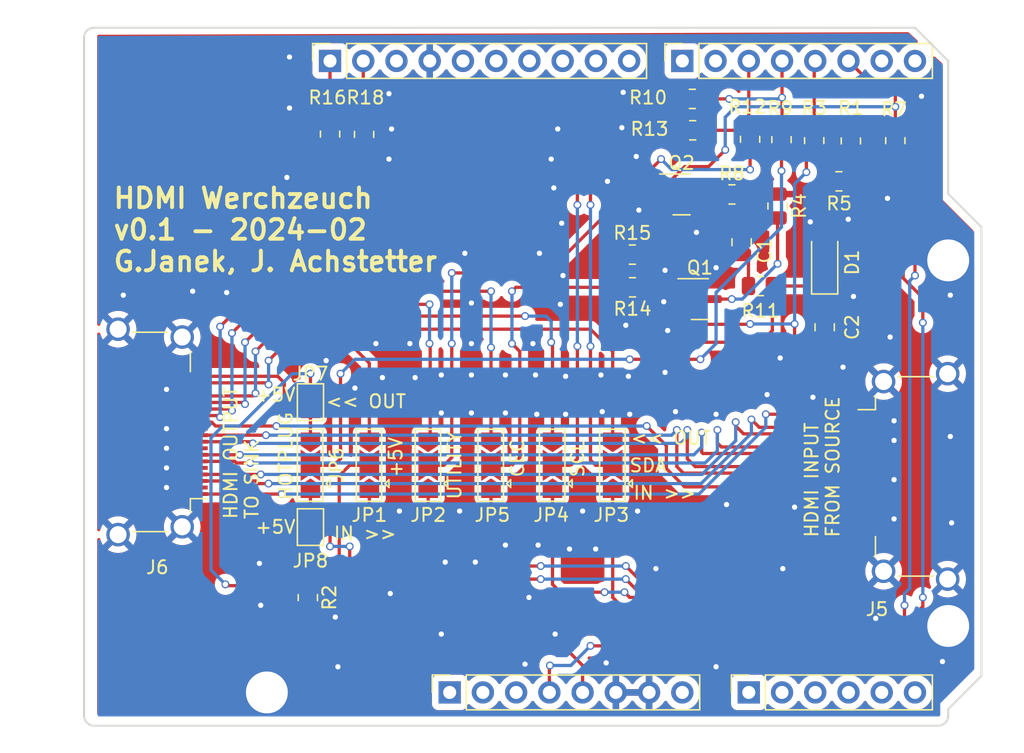
<source format=kicad_pcb>
(kicad_pcb (version 20221018) (generator pcbnew)
  (title_block (date "mar. 31 mars 2015"))
  (layers (0 "F.Cu" signal) (31 "B.Cu" signal) (34 "B.Paste" user) (35 "F.Paste" user) (36 "B.SilkS" user "B.Silkscreen") (37 "F.SilkS" user "F.Silkscreen") (38 "B.Mask" user) (39 "F.Mask" user) (44 "Edge.Cuts" user))
  (net 0 "")
  (net 1 "GND")
  (net 3 "+5V")
  (net 4 "/IOREF")
  (net 5 "/A0")
  (net 6 "/A1")
  (net 7 "/A2")
  (net 8 "/A3")
  (net 9 "/13")
  (net 10 "/12")
  (net 11 "/AREF")
  (net 12 "/8")
  (net 13 "/7")
  (net 14 "/*11")
  (net 15 "/*10")
  (net 16 "/*9")
  (net 17 "/4")
  (net 18 "/2")
  (net 19 "/*6")
  (net 20 "/*5")
  (net 21 "/TX{slash}1")
  (net 22 "/*3")
  (net 23 "/RX{slash}0")
  (net 24 "+3V3")
  (net 25 "VCC")
  (net 26 "/~{RESET}")
  (net 27 "/CEC_LINE")
  (net 28 "Net-(D1-A)")
  (net 29 "/SCL{slash}A5")
  (net 30 "Net-(Q1-B)")
  (net 31 "Net-(Q1-E)")
  (net 32 "Net-(Q2-B)")
  (net 33 "/SDA{slash}A4")
  (net 34 "/UTILITY_IN")
  (net 37 "Net-(Q2-E)")
  (net 38 "/HPD_IN")
  (net 39 "/HPD_OUT")
  (net 40 "/SCL_IN")
  (net 41 "/SDA_IN")
  (net 42 "/5V_IN")
  (net 43 "/UTILITY_OUT")
  (net 44 "/SCL_OUT")
  (net 45 "/SDA_OUT")
  (net 46 "/5V_OUT")
  (net 47 "/CEC_IN")
  (net 48 "/CEC_OUT")
  (net 49 "Net-(JP2-C)")
  (net 50 "Net-(JP3-C)")
  (net 51 "Net-(JP4-C)")
  (net 52 "Net-(JP5-C)")
  (net 53 "Net-(JP6-C)")
  (net 54 "Net-(JP7-A)")
  (net 55 "/D2+")
  (net 56 "/D2-")
  (net 57 "/D1+")
  (net 58 "/D1-")
  (net 59 "/D0+")
  (net 60 "/D0-")
  (net 61 "/CK+")
  (net 62 "/CK-")
  (footprint "Connector_PinSocket_2.54mm:PinSocket_1x08_P2.54mm_Vertical" (layer "F.Cu") (at 127.94 97.46 90)
    (fp_text reference "J1" hide)
    (fp_text value "Power")
  )
  (footprint "Connector_PinSocket_2.54mm:PinSocket_1x06_P2.54mm_Vertical" (layer "F.Cu") (at 150.8 97.46 90)
    (fp_text reference "J3" hide)
    (fp_text value "Analog")
  )
  (footprint "Connector_PinSocket_2.54mm:PinSocket_1x10_P2.54mm_Vertical" (layer "F.Cu") (at 118.796 49.2 90)
    (fp_text reference "J2" hide)
    (fp_text value "Digital/PWM")
  )
  (footprint "Connector_PinSocket_2.54mm:PinSocket_1x08_P2.54mm_Vertical" (layer "F.Cu") (at 145.72 49.2 90)
    (fp_text reference "J4" hide)
    (fp_text value "Digital/PWM")
  )
  (footprint "Resistor_SMD:R_0805_2012Metric" (layer "F.Cu") (at 121.4 54.8125 -90)
    (fp_text reference "R18")
    (fp_text value "220R")
  )
  (footprint "Resistor_SMD:R_0805_2012Metric" (layer "F.Cu") (at 118.8 54.7875 -90)
    (fp_text reference "R16")
    (fp_text value "220R")
  )
  (footprint "Resistor_SMD:R_0805_2012Metric" (layer "F.Cu") (at 146.4875 52.1)
    (fp_text reference "R10")
    (fp_text value "100k")
  )
  (footprint "Jumper:SolderJumper-3_P2.0mm_Open_TrianglePad1.0x1.5mm" (layer "F.Cu") (at 126.3 80.1 90)
    (fp_text reference "JP2")
    (fp_text value "SolderJumper_3_Open")
  )
  (footprint "Resistor_SMD:R_0805_2012Metric" (layer "F.Cu") (at 162 55.2875 -90)
    (fp_text reference "R7")
    (fp_text value "100k")
  )
  (footprint "Capacitor_SMD:C_0805_2012Metric" (layer "F.Cu") (at 150.25 63.05 -90)
    (fp_text reference "C1")
    (fp_text value "47p")
  )
  (footprint "Capacitor_SMD:C_0805_2012Metric" (layer "F.Cu") (at 156.6 69.55 90)
    (fp_text reference "C2")
    (fp_text value "47p")
  )
  (footprint "Jumper:SolderJumper-3_P2.0mm_Open_TrianglePad1.0x1.5mm" (layer "F.Cu") (at 135.8 80.1 90)
    (fp_text reference "JP4")
    (fp_text value "SolderJumper_3_Open")
  )
  (footprint "Connector_HDMI:HDMI_A_Amphenol_10029449-x01xLF_Horizontal" (layer "F.Cu") (at 165.1 80.95 90)
    (fp_text reference "J5")
    (fp_text value "HDMI_A")
  )
  (footprint "Package_TO_SOT_SMD:SOT-23" (layer "F.Cu") (at 145.6625 59.4)
    (fp_text reference "Q2")
    (fp_text value "BC847")
  )
  (footprint "Jumper:SolderJumper-3_P2.0mm_Open_TrianglePad1.0x1.5mm" (layer "F.Cu") (at 140.4 80.1 90)
    (fp_text reference "JP3")
    (fp_text value "SolderJumper_3_Open")
  )
  (footprint "Connector_HDMI:HDMI_A_Amphenol_10029449-x01xLF_Horizontal" (layer "F.Cu") (at 103.5 77.55 -90)
    (fp_text reference "J6")
    (fp_text value "HDMI_A")
  )
  (footprint "Diode_SMD:D_SOD-123" (layer "F.Cu") (at 156.6 64.65 90)
    (fp_text reference "D1")
    (fp_text value "1N4148")
  )
  (footprint "Resistor_SMD:R_0805_2012Metric" (layer "F.Cu") (at 146.5125 54.5)
    (fp_text reference "R13")
    (fp_text value "100k")
  )
  (footprint "Package_TO_SOT_SMD:SOT-23" (layer "F.Cu") (at 147.0625 67.4)
    (fp_text reference "Q1")
    (fp_text value "BC847")
  )
  (footprint "Jumper:SolderJumper-2_P1.3mm_Open_TrianglePad1.0x1.5mm" (layer "F.Cu") (at 117.3 84.825 90)
    (fp_text reference "JP8")
    (fp_text value "SolderJumper_2_Open")
  )
  (footprint "Resistor_SMD:R_0805_2012Metric" (layer "F.Cu") (at 150.9 55.1875 -90)
    (fp_text reference "R12")
    (fp_text value "220R")
  )
  (footprint "Resistor_SMD:R_0805_2012Metric" (layer "F.Cu") (at 117.1 90.2125 -90)
    (fp_text reference "R2")
    (fp_text value "1k")
  )
  (footprint "Resistor_SMD:R_0805_2012Metric" (layer "F.Cu") (at 153 60.2875 -90)
    (fp_text reference "R4")
    (fp_text value "220R")
  )
  (footprint "Resistor_SMD:R_0805_2012Metric" (layer "F.Cu") (at 149.5125 59.4 180)
    (fp_text reference "R8")
    (fp_text value "1k")
  )
  (footprint "Resistor_SMD:R_0805_2012Metric" (layer "F.Cu") (at 141.9 64)
    (fp_text reference "R15")
    (fp_text value "100k")
  )
  (footprint "Jumper:SolderJumper-3_P2.0mm_Open_TrianglePad1.0x1.5mm" (layer "F.Cu") (at 117.3 80.1 90)
    (fp_text reference "JP6")
    (fp_text value "SolderJumper_3_Open")
  )
  (footprint "Resistor_SMD:R_0805_2012Metric" (layer "F.Cu") (at 155.8 55.2875 -90)
    (fp_text reference "R3")
    (fp_text value "100k")
  )
  (footprint "Resistor_SMD:R_0805_2012Metric" (layer "F.Cu") (at 153.3 55.2125 -90)
    (fp_text reference "R9")
    (fp_text value "220R")
  )
  (footprint "Jumper:SolderJumper-2_P1.3mm_Open_TrianglePad1.0x1.5mm" (layer "F.Cu") (at 117.3 75.275 -90)
    (fp_text reference "JP7")
    (fp_text value "SolderJumper_2_Open")
  )
  (footprint "Resistor_SMD:R_0805_2012Metric" (layer "F.Cu") (at 151.6875 66.4)
    (fp_text reference "R11")
    (fp_text value "1M")
  )
  (footprint "Resistor_SMD:R_0805_2012Metric" (layer "F.Cu") (at 157.6875 58.4)
    (fp_text reference "R5")
    (fp_text value "27k")
  )
  (footprint "Jumper:SolderJumper-3_P2.0mm_Open_TrianglePad1.0x1.5mm" (layer "F.Cu") (at 121.8 80.1 90)
    (fp_text reference "JP1")
    (fp_text value "SolderJumper_3_Open")
  )
  (footprint "Jumper:SolderJumper-3_P2.0mm_Open_TrianglePad1.0x1.5mm" (layer "F.Cu") (at 131.1 80.1 90)
    (fp_text reference "JP5")
    (fp_text value "SolderJumper_3_Open")
  )
  (footprint "Arduino_MountingHole:MountingHole_3.2mm" (layer "F.Cu") (at 113.97 97.46)
    (fp_text reference "MH2" hide)
    (fp_text value "MountingHole_3.2mm" hide)
  )
  (footprint "Arduino_MountingHole:MountingHole_3.2mm" (layer "F.Cu") (at 166.04 64.44)
    (fp_text reference "MH3" hide)
    (fp_text value "MountingHole_3.2mm" hide)
  )
  (footprint "Arduino_MountingHole:MountingHole_3.2mm" (layer "F.Cu") (at 166.04 92.38)
    (fp_text reference "MH4" hide)
    (fp_text value "MountingHole_3.2mm" hide)
  )
  (footprint "Resistor_SMD:R_0805_2012Metric" (layer "F.Cu") (at 158.6 55.3125 -90)
    (fp_text reference "R1")
    (fp_text value "20k")
  )
  (footprint "Resistor_SMD:R_0805_2012Metric" (layer "F.Cu") (at 141.9125 66.5 180)
    (fp_text reference "R14")
    (fp_text value "220R")
  )
  (gr_line (start 166.04 59.36) (end 168.58 61.9) (stroke (width 0.15)) (layer "Edge.Cuts"))
  (gr_line (start 100 99.238) (end 100 47.422) (stroke (width 0.15)) (layer "Edge.Cuts"))
  (gr_line (start 168.58 61.9) (end 168.58 96.19) (stroke (width 0.15)) (layer "Edge.Cuts"))
  (gr_line (start 165.278 100) (end 100.762 100) (stroke (width 0.15)) (layer "Edge.Cuts"))
  (gr_line (start 100.762 46.66) (end 163.5 46.66) (stroke (width 0.15)) (layer "Edge.Cuts"))
  (gr_arc (start 100.762 100) (mid 100.223185 99.776815) (end 100 99.238) (stroke (width 0.15)) (layer "Edge.Cuts"))
  (gr_line (start 168.58 96.19) (end 166.04 98.73) (stroke (width 0.15)) (layer "Edge.Cuts"))
  (gr_line (start 163.5 46.66) (end 166.04 49.2) (stroke (width 0.15)) (layer "Edge.Cuts"))
  (gr_arc (start 166.04 99.238) (mid 165.816815 99.776815) (end 165.278 100) (stroke (width 0.15)) (layer "Edge.Cuts"))
  (gr_line (start 166.04 49.2) (end 166.04 59.36) (stroke (width 0.15)) (layer "Edge.Cuts"))
  (gr_line (start 166.04 98.73) (end 166.04 99.238) (stroke (width 0.15)) (layer "Edge.Cuts"))
  (gr_arc (start 100 47.422) (mid 100.223185 46.883185) (end 100.762 46.66) (stroke (width 0.15)) (layer "Edge.Cuts"))
  (gr_text "CEC" (at 133.7 81.1 90) (layer "F.SilkS") (effects (font (size 1 1)) (justify left bottom)))
  (gr_text "<< OUT" (at 141.7 78.6) (layer "F.SilkS") (effects (font (size 1 1)) (justify left bottom)))
  (gr_text "<< OUT" (at 118.4 75.8) (layer "F.SilkS") (effects (font (size 1 1)) (justify left bottom)))
  (gr_text "SDA" (at 141.6 80.7) (layer "F.SilkS") (effects (font (size 1 1)) (justify left bottom)))
  (gr_text "HDMI Werchzeuch\nv0.1 - 2024-02\nG.Janek, J. Achstetter" (at 102.1 65.4) (layer "F.SilkS") (effects (font (size 1.5 1.5) (thickness 0.3) bold) (justify left bottom)))
  (gr_text "IN >>" (at 141.9 82.8) (layer "F.SilkS") (effects (font (size 1 1)) (justify left bottom)))
  (gr_text "+5V" (at 124.4 81.1 90) (layer "F.SilkS") (effects (font (size 1 1)) (justify left bottom)))
  (gr_text "IN >>" (at 119 85.9) (layer "F.SilkS") (effects (font (size 1 1)) (justify left bottom)))
  (gr_text "HDMI INPUT\nFROM SOURCE" (at 157.8 85.7 90) (layer "F.SilkS") (effects (font (size 1 1)) (justify left bottom)))
  (gr_text "+5V" (at 113 75.3) (layer "F.SilkS") (effects (font (size 1 1)) (justify left bottom)))
  (gr_text "UTILITY" (at 128.9 82.8 90) (layer "F.SilkS") (effects (font (size 1 1)) (justify left bottom)))
  (gr_text "+5V" (at 113 85.4) (layer "F.SilkS") (effects (font (size 1 1)) (justify left bottom)))
  (gr_text "SCL" (at 138.3 81.1 90) (layer "F.SilkS") (effects (font (size 1 1)) (justify left bottom)))
  (gr_text "HDMI OUTPUT\nTO SINK" (at 113.4 84.3 90) (layer "F.SilkS") (effects (font (size 1 1)) (justify left bottom)))
  (gr_text "HOTPLUG" (at 116 82.85 90) (layer "F.SilkS") (effects (font (size 1 1)) (justify left bottom)))
  (segment (start 160.1 84.2) (end 162.1 84.2) (width 0.25) (layer "F.Cu") (net 1))
  (segment (start 160.1 78.2) (end 161.9 78.2) (width 0.25) (layer "F.Cu") (net 1))
  (segment (start 160.1 76.7) (end 161.9 76.7) (width 0.25) (layer "F.Cu") (net 1))
  (segment (start 160.1 81.2) (end 161.9 81.2) (width 0.25) (layer "F.Cu") (net 1))
  (segment (start 108.5 74.3) (end 106.3 74.3) (width 0.25) (layer "F.Cu") (net 1))
  (segment (start 108.5 77.3) (end 106.3 77.3) (width 0.25) (layer "F.Cu") (net 1))
  (segment (start 108.5 81.8) (end 106.3 81.8) (width 0.25) (layer "F.Cu") (net 1))
  (segment (start 108.5 78.8) (end 106.3 78.8) (width 0.25) (layer "F.Cu") (net 1))
  (segment (start 108.5 80.3) (end 106.3 80.3) (width 0.25) (layer "F.Cu") (net 1))
  (via (at 146.8 62.3) (size 0.6) (drill 0.4) (layers "F.Cu" "B.Cu") (net 1))
  (via (at 144.3 67.6) (size 0.6) (drill 0.4) (layers "F.Cu" "B.Cu") (net 1))
  (via (at 136.2 54.4) (size 0.6) (drill 0.4) (layers "F.Cu" "B.Cu") (net 1))
  (via (at 129.6 67.7) (size 0.6) (drill 0.4) (layers "F.Cu" "B.Cu") (net 1))
  (via (at 129.9 87.5) (size 0.6) (drill 0.4) (layers "F.Cu" "B.Cu") (net 1))
  (via (at 136.4 67.8) (size 0.6) (drill 0.4) (layers "F.Cu" "B.Cu") (net 1))
  (via (at 134.3 70.8) (size 0.6) (drill 0.4) (layers "F.Cu" "B.Cu") (net 1))
  (via (at 127.3 93) (size 0.6) (drill 0.4) (layers "F.Cu" "B.Cu") (net 1))
  (via (at 127.6 87.5) (size 0.6) (drill 0.4) (layers "F.Cu" "B.Cu") (net 1))
  (via (at 125.3 73.4) (size 0.6) (drill 0.4) (layers "F.Cu" "B.Cu") (net 1))
  (via (at 113.5 90.8) (size 0.6) (drill 0.4) (layers "F.Cu" "B.Cu") (net 1))
  (via (at 144.4 65.2) (size 0.6) (drill 0.4) (layers "F.Cu" "B.Cu") (net 1))
  (via (at 106.3 81.8) (size 0.6) (drill 0.4) (layers "F.Cu" "B.Cu") (net 1))
  (via (at 124.9 70.8) (size 0.6) (drill 0.4) (layers "F.Cu" "B.Cu") (net 1))
  (via (at 132.2 76.1) (size 0.6) (drill 0.4) (layers "F.Cu" "B.Cu") (net 1))
  (via (at 132.2 73.2) (size 0.6) (drill 0.4) (layers "F.Cu" "B.Cu") (net 1))
  (via (at 135.7 56.7) (size 0.6) (drill 0.4) (layers "F.Cu" "B.Cu") (net 1))
  (via (at 123.3 56.7) (size 0.6) (drill 0.4) (layers "F.Cu" "B.Cu") (net 1))
  (via (at 138.1 83.6) (size 0.6) (drill 0.4) (layers "F.Cu" "B.Cu") (net 1))
  (via (at 133.7 95.3) (size 0.6) (drill 0.4) (layers "F.Cu" "B.Cu") (net 1))
  (via (at 149.1 83.1) (size 0.6) (drill 0.4) (layers "F.Cu" "B.Cu") (net 1))
  (via (at 139.6 76) (size 0.6) (drill 0.4) (layers "F.Cu" "B.Cu") (net 1))
  (via (at 120.7 74.2) (size 0.6) (drill 0.4) (layers "F.Cu" "B.Cu") (net 1))
  (via (at 144.4 73) (size 0.6) (drill 0.4) (layers "F.Cu" "B.Cu") (net 1))
  (via (at 134 90.2) (size 0.6) (drill 0.4) (layers "F.Cu" "B.Cu") (net 1))
  (via (at 127.3 73.2) (size 0.6) (drill 0.4) (layers "F.Cu" "B.Cu") (net 1))
  (via (at 166.2 67.1) (size 0.6) (drill 0.4) (layers "F.Cu" "B.Cu") (net 1))
  (via (at 139.9 95.2) (size 0.6) (drill 0.4) (layers "F.Cu" "B.Cu") (net 1))
  (via (at 108.3 66.8) (size 0.6) (drill 0.4) (layers "F.Cu" "B.Cu") (net 1))
  (via (at 106.3 80.3) (size 0.6) (drill 0.4) (layers "F.Cu" "B.Cu") (net 1))
  (via (at 127.3 76.1) (size 0.6) (drill 0.4) (layers "F.Cu" "B.Cu") (net 1))
  (via (at 139.1 86.5) (size 0.6) (drill 0.4) (layers "F.Cu" "B.Cu") (net 1))
  (via (at 139.5 73.2) (size 0.6) (drill 0.4) (layers "F.Cu" "B.Cu") (net 1))
  (via (at 106.3 77.3) (size 0.6) (drill 0.4) (layers "F.Cu" "B.Cu") (net 1))
  (via (at 152.2 74.7) (size 0.6) (drill 0.4) (layers "F.Cu" "B.Cu") (net 1))
  (via (at 115.7 48.9) (size 0.6) (drill 0.4) (layers "F.Cu" "B.Cu") (net 1))
  (via (at 143.7 88) (size 0.6) (drill 0.4) (layers "F.Cu" "B.Cu") (net 1))
  (via (at 153.2 71.9) (size 0.6) (drill 0.4) (layers "F.Cu" "B.Cu") (net 1))
  (via (at 118.5 72.1) (size 0.6) (drill 0.4) (layers "F.Cu" "B.Cu") (net 1))
  (via (at 134.6 76.2) (size 0.6) (drill 0.4) (layers "F.Cu" "B.Cu") (net 1))
  (via (at 166.2 77.9) (size 0.6) (drill 0.4) (layers "F.Cu" "B.Cu") (net 1))
  (via (at 165.6 95.1) (size 0.6) (drill 0.4) (layers "F.Cu" "B.Cu") (net 1))
  (via (at 140 58.4) (size 0.6) (drill 0.4) (layers "F.Cu" "B.Cu") (net 1))
  (via (at 129.1 63.9) (size 0.6) (drill 0.4) (layers "F.Cu" "B.Cu") (net 1))
  (via (at 137.1 86.5) (size 0.6) (drill 0.4) (layers "F.Cu" "B.Cu") (net 1))
  (via (at 122.8 73.4) (size 0.6) (drill 0.4) (layers "F.Cu" "B.Cu") (net 1))
  (via (at 142.3 83.6) (size 0.6) (drill 0.4) (layers "F.Cu" "B.Cu") (net 1))
  (via (at 148.3 95.5) (size 0.6) (drill 0.4) (layers "F.Cu" "B.Cu") (net 1))
  (via (at 148.3 76.2) (size 0.6) (drill 0.4) (layers "F.Cu" "B.Cu") (net 1))
  (via (at 128.7 83.6) (size 0.6) (drill 0.4) (layers "F.Cu" "B.Cu") (net 1))
  (via (at 155.5 61.5) (size 0.6) (drill 0.4) (layers "F.Cu" "B.Cu") (net 1))
  (via (at 158.4 61.3) (size 0.6) (drill 0.4) (layers "F.Cu" "B.Cu") (net 1))
  (via (at 106.3 74.3) (size 0.6) (drill 0.4) (layers "F.Cu" "B.Cu") (net 1))
  (via (at 136 93) (size 0.6) (drill 0.4) (layers "F.Cu" "B.Cu") (net 1))
  (via (at 141.6 73.3) (size 0.6) (drill 0.4) (layers "F.Cu" "B.Cu") (net 1))
  (via (at 155.7 74.9) (size 0.6) (drill 0.4) (layers "F.Cu" "B.Cu") (net 1))
  (via (at 106.3 78.8) (size 0.6) (drill 0.4) (layers "F.Cu" "B.Cu") (net 1))
  (via (at 119.2 91.7) (size 0.6) (drill 0.4) (layers "F.Cu" "B.Cu") (net 1))
  (via (at 134.5 73.2) (size 0.6) (drill 0.4) (layers "F.Cu" "B.Cu") (net 1))
  (via (at 154.3 83.3) (size 0.6) (drill 0.4) (layers "F.Cu" "B.Cu") (net 1))
  (via (at 166.3 84.5) (size 0.6) (drill 0.4) (layers "F.Cu" "B.Cu") (net 1))
  (via (at 148.3 65) (size 0.6) (drill 0.4) (layers "F.Cu" "B.Cu") (net 1))
  (via (at 135.9 58.9) (size 0.6) (drill 0.4) (layers "F.Cu" "B.Cu") (net 1))
  (via (at 153.4 88) (size 0.6) (drill 0.4) (layers "F.Cu" "B.Cu") (net 1))
  (via (at 136.8 73.3) (size 0.6) (drill 0.4) (layers "F.Cu" "B.Cu") (net 1))
  (via (at 158 72.6) (size 0.6) (drill 0.4) (layers "F.Cu" "B.Cu") (net 1))
  (via (at 144.6 69.8) (size 0.6) (drill 0.4) (layers "F.Cu" "B.Cu") (net 1))
  (via (at 103 67.1) (size 0.6) (drill 0.4) (layers "F.Cu" "B.Cu") (net 1))
  (via (at 110.9 66.9) (size 0.6) (drill 0.4) (layers "F.Cu" "B.Cu") (net 1))
  (via (at 119.4 95.5) (size 0.6) (drill 0.4) (layers "F.Cu" "B.Cu") (net 1))
  (via (at 123.5 54.4) (size 0.6) (drill 0.4) (layers "F.Cu" "B.Cu") (net 1))
  (via (at 161.9 84.2) (size 0.6) (drill 0.4) (layers "F.Cu" "B.Cu") (net 1))
  (via (at 124.1 83.6) (size 0.6) (drill 0.4) (layers "F.Cu" "B.Cu") (net 1))
  (via (at 136.6 65.6) (size 0.6) (drill 0.4) (layers "F.Cu" "B.Cu") (net 1))
  (via (at 142.4 60.6) (size 0.6) (drill 0.4) (layers "F.Cu" "B.Cu") (net 1))
  (via (at 158.8 67.2) (size 0.6) (drill 0.4) (layers "F.Cu" "B.Cu") (net 1))
  (via (at 132.2 86.2) (size 0.6) (drill 0.4) (layers "F.Cu" "B.Cu") (net 1))
  (via (at 160.5 91.8) (size 0.6) (drill 0.4) (layers "F.Cu" "B.Cu") (net 1))
  (via (at 115.7 52.8) (size 0.6) (drill 0.4) (layers "F.Cu" "B.Cu") (net 1))
  (via (at 141.2 51.6) (size 0.6) (drill 0.4) (layers "F.Cu" "B.Cu") (net 1))
  (via (at 136.8 76.2) (size 0.6) (drill 0.4) (layers "F.Cu" "B.Cu") (net 1))
  (via (at 123.4 89.9) (size 0.6) (drill 0.4) (layers "F.Cu" "B.Cu") (net 1))
  (via (at 141.1 54.3) (size 0.6) (drill 0.4) (layers "F.Cu" "B.Cu") (net 1))
  (via (at 115.5 58.1) (size 0.6) (drill 0.4) (layers "F.Cu" "B.Cu") (net 1))
  (via (at 113.4 87.6) (size 0.6) (drill 0.4) (layers "F.Cu" "B.Cu") (net 1))
  (via (at 145.2 76) (size 0.6) (drill 0.4) (layers "F.Cu" "B.Cu") (net 1))
  (via (at 129.6 70.8) (size 0.6) (drill 0.4) (layers "F.Cu" "B.Cu") (net 1))
  (via (at 122.3 70.8) (size 0.6) (drill 0.4) (layers "F.Cu" "B.Cu") (net 1))
  (via (at 141.7 76.2) (size 0.6) (drill 0.4) (layers "F.Cu" "B.Cu") (net 1))
  (via (at 164 51.9) (size 0.6) (drill 0.4) (layers "F.Cu" "B.Cu") (net 1))
  (via (at 161.9 76.7) (size 0.6) (drill 0.4) (layers "F.Cu" "B.Cu") (net 1))
  (via (at 129.6 73.2) (size 0.6) (drill 0.4) (layers "F.Cu" "B.Cu") (net 1))
  (via (at 134.8 63.9) (size 0.6) (drill 0.4) (layers "F.Cu" "B.Cu") (net 1))
  (via (at 142.2 56.5) (size 0.6) (drill 0.4) (layers "F.Cu" "B.Cu") (net 1))
  (via (at 161.9 78.2) (size 0.6) (drill 0.4) (layers "F.Cu" "B.Cu") (net 1))
  (via (at 141.4 69.4) (size 0.6) (drill 0.4) (layers "F.Cu" "B.Cu") (net 1))
  (via (at 136.5 61.6) (size 0.6) (drill 0.4) (layers "F.Cu" "B.Cu") (net 1))
  (via (at 161.4 59.7) (size 0.6) (drill 0.4) (layers "F.Cu" "B.Cu") (net 1))
  (via (at 161.9 81.2) (size 0.6) (drill 0.4) (layers "F.Cu" "B.Cu") (net 1))
  (via (at 134.7 86.2) (size 0.6) (drill 0.4) (layers "F.Cu" "B.Cu") (net 1))
  (via (at 129.6 76.1) (size 0.6) (drill 0.4) (layers "F.Cu" "B.Cu") (net 1))
  (via (at 161.6 70.3) (size 0.6) (drill 0.4) (layers "F.Cu" "B.Cu") (net 1))
  (via (at 123.3 51.7) (size 0.6) (drill 0.4) (layers "F.Cu" "B.Cu") (net 1))
  (segment (start 138.1 93) (end 162.1 93) (width 0.25) (layer "F.Cu") (net 3))
  (segment (start 118 94.2) (end 136.9 94.2) (width 0.25) (layer "F.Cu") (net 3))
  (segment (start 120.3 80.1) (end 121.8 80.1) (width 0.25) (layer "F.Cu") (net 3))
  (segment (start 136.9 94.2) (end 138.1 95.4) (width 0.25) (layer "F.Cu") (net 3))
  (segment (start 117.1 91.125) (end 117.1 93.3) (width 0.25) (layer "F.Cu") (net 3))
  (segment (start 162.7 92.4) (end 162.7 90.8) (width 0.25) (layer "F.Cu") (net 3))
  (segment (start 163.5 56.6) (end 163.1 56.2) (width 0.25) (layer "F.Cu") (net 3))
  (segment (start 117.1 91.125) (end 118.075 91.125) (width 0.25) (layer "F.Cu") (net 3))
  (segment (start 117.1 93.3) (end 118 94.2) (width 0.25) (layer "F.Cu") (net 3))
  (segment (start 119.5 89.7) (end 119.5 80.9) (width 0.25) (layer "F.Cu") (net 3))
  (segment (start 163.1 56.2) (end 162 56.2) (width 0.25) (layer "F.Cu") (net 3))
  (segment (start 118.075 91.125) (end 119.5 89.7) (width 0.25) (layer "F.Cu") (net 3))
  (segment (start 136.9 94.2) (end 138.1 93) (width 0.25) (layer "F.Cu") (net 3))
  (segment (start 163.5 65.6) (end 163.5 56.6) (width 0.25) (layer "F.Cu") (net 3))
  (segment (start 162.1 93) (end 162.7 92.4) (width 0.25) (layer "F.Cu") (net 3))
  (segment (start 138.1 95.4) (end 138.1 97.46) (width 0.25) (layer "F.Cu") (net 3))
  (segment (start 119.5 80.9) (end 120.3 80.1) (width 0.25) (layer "F.Cu") (net 3))
  (via (at 163.5 65.6) (size 0.6) (drill 0.4) (layers "F.Cu" "B.Cu") (net 3))
  (via (at 162.7 90.8) (size 0.6) (drill 0.4) (layers "F.Cu" "B.Cu") (net 3))
  (segment (start 162.7 89.9) (end 163.1 89.5) (width 0.25) (layer "B.Cu") (net 3))
  (segment (start 162.7 90.8) (end 162.7 89.9) (width 0.25) (layer "B.Cu") (net 3))
  (segment (start 163.1 66) (end 163.5 65.6) (width 0.25) (layer "B.Cu") (net 3))
  (segment (start 163.1 89.5) (end 163.1 66) (width 0.25) (layer "B.Cu") (net 3))
  (segment (start 153.34 54.26) (end 153.3 54.3) (width 0.25) (layer "F.Cu") (net 17))
  (segment (start 147.4 52.1) (end 149.3 52.1) (width 0.25) (layer "F.Cu") (net 17))
  (segment (start 153.34 52) (end 153.34 54.26) (width 0.25) (layer "F.Cu") (net 17))
  (segment (start 153.34 49.2) (end 153.34 52) (width 0.25) (layer "F.Cu") (net 17))
  (via (at 149.3 52.1) (size 0.6) (drill 0.4) (layers "F.Cu" "B.Cu") (net 17))
  (via (at 153.34 52) (size 0.6) (drill 0.4) (layers "F.Cu" "B.Cu") (net 17))
  (segment (start 153.24 52.1) (end 153.34 52) (width 0.25) (layer "B.Cu") (net 17))
  (segment (start 149.3 52.1) (end 153.24 52.1) (width 0.25) (layer "B.Cu") (net 17))
  (segment (start 160.12 50.9) (end 161.5 50.9) (width 0.25) (layer "F.Cu") (net 18))
  (segment (start 144.725 58.45) (end 145.9 57.275) (width 0.25) (layer "F.Cu") (net 18))
  (segment (start 158.42 49.2) (end 160.12 50.9) (width 0.25) (layer "F.Cu") (net 18))
  (segment (start 162 52.7) (end 162 54.375) (width 0.25) (layer "F.Cu") (net 18))
  (segment (start 161.5 50.9) (end 162 51.4) (width 0.25) (layer "F.Cu") (net 18))
  (segment (start 162 51.4) (end 162 52.7) (width 0.25) (layer "F.Cu") (net 18))
  (segment (start 145.9 57.275) (end 147.725 57.275) (width 0.25) (layer "F.Cu") (net 18))
  (segment (start 147.725 57.275) (end 149 56) (width 0.25) (layer "F.Cu") (net 18))
  (via (at 162 52.7) (size 0.6) (drill 0.4) (layers "F.Cu" "B.Cu") (net 18))
  (via (at 149 56) (size 0.6) (drill 0.4) (layers "F.Cu" "B.Cu") (net 18))
  (segment (start 149.8 52.7) (end 162 52.7) (width 0.25) (layer "B.Cu") (net 18))
  (segment (start 149 56) (end 149 53.5) (width 0.25) (layer "B.Cu") (net 18))
  (segment (start 149 53.5) (end 149.8 52.7) (width 0.25) (layer "B.Cu") (net 18))
  (segment (start 150.8 49.2) (end 150.8 54.175) (width 0.25) (layer "F.Cu") (net 20))
  (segment (start 150.675 54.5) (end 150.9 54.275) (width 0.25) (layer "F.Cu") (net 20))
  (segment (start 147.425 54.5) (end 150.675 54.5) (width 0.25) (layer "F.Cu") (net 20))
  (segment (start 150.8 54.175) (end 150.9 54.275) (width 0.25) (layer "F.Cu") (net 20))
  (segment (start 155.8 54.375) (end 155.8 49.28) (width 0.25) (layer "F.Cu") (net 22))
  (segment (start 155.8 54.375) (end 158.575 54.375) (width 0.25) (layer "F.Cu") (net 22))
  (segment (start 158.575 54.375) (end 158.6 54.4) (width 0.25) (layer "F.Cu") (net 22))
  (segment (start 155.8 49.28) (end 155.88 49.2) (width 0.25) (layer "F.Cu") (net 22))
  (segment (start 162.4 93.9) (end 163.3 93) (width 0.25) (layer "F.Cu") (net 24))
  (segment (start 164.1 90.2) (end 164.1 90.9) (width 0.25) (layer "F.Cu") (net 24))
  (segment (start 163.3 91.7) (end 163.3 93) (width 0.25) (layer "F.Cu") (net 24))
  (segment (start 164.1 90.9) (end 163.3 91.7) (width 0.25) (layer "F.Cu") (net 24))
  (segment (start 164.1 67.3) (end 164.1 69.2) (width 0.25) (layer "F.Cu") (net 24))
  (segment (start 162.6 59) (end 162 58.4) (width 0.25) (layer "F.Cu") (net 24))
  (segment (start 135.56 95.44) (end 135.6 95.4) (width 0.25) (layer "F.Cu") (net 24))
  (segment (start 162.6 65.8) (end 162.6 59) (width 0.25) (layer "F.Cu") (net 24))
  (segment (start 158.6 56.225) (end 158.6 58.4) (width 0.25) (layer "F.Cu") (net 24))
  (segment (start 138.7 93.9) (end 162.4 93.9) (width 0.25) (layer "F.Cu") (net 24))
  (segment (start 162 58.4) (end 158.6 58.4) (width 0.25) (layer "F.Cu") (net 24))
  (segment (start 135.56 97.46) (end 135.56 95.44) (width 0.25) (layer "F.Cu") (net 24))
  (segment (start 164.1 67.3) (end 162.6 65.8) (width 0.25) (layer "F.Cu") (net 24))
  (via (at 164.1 69.2) (size 0.6) (drill 0.4) (layers "F.Cu" "B.Cu") (net 24))
  (via (at 135.6 95.4) (size 0.6) (drill 0.4) (layers "F.Cu" "B.Cu") (net 24))
  (via (at 164.1 90.2) (size 0.6) (drill 0.4) (layers "F.Cu" "B.Cu") (net 24))
  (via (at 138.7 93.9) (size 0.6) (drill 0.4) (layers "F.Cu" "B.Cu") (net 24))
  (segment (start 137.2 95.4) (end 138.7 93.9) (width 0.25) (layer "B.Cu") (net 24))
  (segment (start 164.1 90.2) (end 164.1 71.6) (width 0.25) (layer "B.Cu") (net 24))
  (segment (start 164.1 71.6) (end 164.1 69.2) (width 0.25) (layer "B.Cu") (net 24))
  (segment (start 135.6 95.4) (end 137.2 95.4) (width 0.25) (layer "B.Cu") (net 24))
  (segment (start 142.825 70.275) (end 143.25 70.7) (width 0.25) (layer "F.Cu") (net 27))
  (segment (start 156.5 66.4) (end 156.6 66.3) (width 0.25) (layer "F.Cu") (net 27))
  (segment (start 151.7 70.7) (end 152.6 69.8) (width 0.25) (layer "F.Cu") (net 27))
  (segment (start 143.25 70.7) (end 151.7 70.7) (width 0.25) (layer "F.Cu") (net 27))
  (segment (start 142.8125 66.4875) (end 142.825 66.5) (width 0.25) (layer "F.Cu") (net 27))
  (segment (start 152.6 66.4) (end 156.5 66.4) (width 0.25) (layer "F.Cu") (net 27))
  (segment (start 156.6 66.3) (end 156.6 68.6) (width 0.25) (layer "F.Cu") (net 27))
  (segment (start 146.075 66.5) (end 146.125 66.45) (width 0.25) (layer "F.Cu") (net 27))
  (segment (start 142.825 66.5) (end 142.825 70.275) (width 0.25) (layer "F.Cu") (net 27))
  (segment (start 142.8125 64) (end 142.8125 66.4875) (width 0.25) (layer "F.Cu") (net 27))
  (segment (start 142.825 66.5) (end 146.075 66.5) (width 0.25) (layer "F.Cu") (net 27))
  (segment (start 152.6 69.8) (end 152.6 66.4) (width 0.25) (layer "F.Cu") (net 27))
  (segment (start 156.775 62.825) (end 156.6 63) (width 0.25) (layer "F.Cu") (net 28))
  (segment (start 156.775 58.4) (end 156.775 62.825) (width 0.25) (layer "F.Cu") (net 28))
  (segment (start 118.796 49.2) (end 118.796 53.871) (width 0.25) (layer "F.Cu") (net 29))
  (segment (start 118.796 53.871) (end 118.8 53.875) (width 0.25) (layer "F.Cu") (net 29))
  (segment (start 154.3 70.3) (end 154.5 70.5) (width 0.25) (layer "F.Cu") (net 30))
  (segment (start 155.2 57.7) (end 155.2 56.8) (width 0.25) (layer "F.Cu") (net 30))
  (segment (start 150.875 69.325) (end 150.9 69.3) (width 0.25) (layer "F.Cu") (net 30))
  (segment (start 146.125 68.35) (end 146.125 69.325) (width 0.25) (layer "F.Cu") (net 30))
  (segment (start 146.125 69.325) (end 150.875 69.325) (width 0.25) (layer "F.Cu") (net 30))
  (segment (start 155.2 56.8) (end 155.8 56.2) (width 0.25) (layer "F.Cu") (net 30))
  (segment (start 154.3 69.3) (end 154.3 70.3) (width 0.25) (layer "F.Cu") (net 30))
  (segment (start 154.5 70.5) (end 156.6 70.5) (width 0.25) (layer "F.Cu") (net 30))
  (via (at 155.2 57.7) (size 0.6) (drill 0.4) (layers "F.Cu" "B.Cu") (net 30))
  (via (at 154.3 69.3) (size 0.6) (drill 0.4) (layers "F.Cu" "B.Cu") (net 30))
  (via (at 150.9 69.3) (size 0.6) (drill 0.4) (layers "F.Cu" "B.Cu") (net 30))
  (segment (start 150.9 69.3) (end 154.3 69.3) (width 0.25) (layer "B.Cu") (net 30))
  (segment (start 154.3 58.6) (end 155.2 57.7) (width 0.25) (layer "B.Cu") (net 30))
  (segment (start 154.3 69.3) (end 154.3 58.6) (width 0.25) (layer "B.Cu") (net 30))
  (segment (start 148 67.4) (end 149.5 67.4) (width 0.25) (layer "F.Cu") (net 31))
  (segment (start 153 64.7) (end 153 61.2) (width 0.25) (layer "F.Cu") (net 31))
  (via (at 149.5 67.4) (size 0.6) (drill 0.4) (layers "F.Cu" "B.Cu") (net 31))
  (via (at 153 64.7) (size 0.6) (drill 0.4) (layers "F.Cu" "B.Cu") (net 31))
  (segment (start 149.5 67.4) (end 150.3 67.4) (width 0.25) (layer "B.Cu") (net 31))
  (segment (start 150.3 67.4) (end 153 64.7) (width 0.25) (layer "B.Cu") (net 31))
  (segment (start 145.8 64) (end 150.25 64) (width 0.25) (layer "F.Cu") (net 32))
  (segment (start 150.25 64) (end 150.775 64.525) (width 0.25) (layer "F.Cu") (net 32))
  (segment (start 144.725 62.925) (end 145.8 64) (width 0.25) (layer "F.Cu") (net 32))
  (segment (start 150.775 64.525) (end 150.775 66.4) (width 0.25) (layer "F.Cu") (net 32))
  (segment (start 144.725 60.35) (end 144.725 62.925) (width 0.25) (layer "F.Cu") (net 32))
  (segment (start 121.336 49.2) (end 121.336 53.836) (width 0.25) (layer "F.Cu") (net 33))
  (segment (start 121.336 53.836) (end 121.4 53.9) (width 0.25) (layer "F.Cu") (net 33))
  (segment (start 142.3 89.7) (end 141.4 88.8) (width 0.25) (layer "F.Cu") (net 34))
  (segment (start 134.9 88.8) (end 127 88.8) (width 0.25) (layer "F.Cu") (net 34))
  (segment (start 155.15 89.75) (end 155.1 89.7) (width 0.25) (layer "F.Cu") (net 34))
  (segment (start 158.752208 82.7) (end 155.6 85.852208) (width 0.25) (layer "F.Cu") (net 34))
  (segment (start 155.6 85.852208) (end 155.6 89.3) (width 0.25) (layer "F.Cu") (net 34))
  (segment (start 155.6 89.3) (end 155.15 89.75) (width 0.25) (layer "F.Cu") (net 34))
  (segment (start 127 88.8) (end 126.3 88.1) (width 0.25) (layer "F.Cu") (net 34))
  (segment (start 155.1 89.7) (end 142.3 89.7) (width 0.25) (layer "F.Cu") (net 34))
  (segment (start 126.3 88.1) (end 126.3 82.1) (width 0.25) (layer "F.Cu") (net 34))
  (segment (start 126.3 82.1) (end 126.4 82.2) (width 0.25) (layer "F.Cu") (net 34))
  (segment (start 160.1 82.7) (end 158.752208 82.7) (width 0.25) (layer "F.Cu") (net 34))
  (via (at 141.4 88.8) (size 0.6) (drill 0.4) (layers "F.Cu" "B.Cu") (net 34))
  (via (at 134.9 88.8) (size 0.6) (drill 0.4) (layers "F.Cu" "B.Cu") (net 34))
  (segment (start 141.4 88.8) (end 134.9 88.8) (width 0.25) (layer "B.Cu") (net 34))
  (segment (start 146.6 59.4) (end 148.6 59.4) (width 0.25) (layer "F.Cu") (net 37))
  (segment (start 118.3 84.1) (end 118.8 84.6) (width 0.25) (layer "F.Cu") (net 38))
  (segment (start 158 91.9) (end 121.4 91.9) (width 0.25) (layer "F.Cu") (net 38))
  (segment (start 160.1 85.2) (end 158.4 86.9) (width 0.25) (layer "F.Cu") (net 38))
  (segment (start 158.4 86.9) (end 158.4 91.5) (width 0.25) (layer "F.Cu") (net 38))
  (segment (start 120.3 90.8) (end 120.3 86.3) (width 0.25) (layer "F.Cu") (net 38))
  (segment (start 117.3 84.1) (end 118.3 84.1) (width 0.25) (layer "F.Cu") (net 38))
  (segment (start 117.3 82.1) (end 117.3 84.1) (width 0.25) (layer "F.Cu") (net 38))
  (segment (start 158.4 91.5) (end 158 91.9) (width 0.25) (layer "F.Cu") (net 38))
  (segment (start 121.4 91.9) (end 120.3 90.8) (width 0.25) (layer "F.Cu") (net 38))
  (segment (start 118.8 84.6) (end 118.8 86.3) (width 0.25) (layer "F.Cu") (net 38))
  (via (at 118.8 86.3) (size 0.6) (drill 0.4) (layers "F.Cu" "B.Cu") (net 38))
  (via (at 120.3 86.3) (size 0.6) (drill 0.4) (layers "F.Cu" "B.Cu") (net 38))
  (segment (start 120.3 86.3) (end 118.8 86.3) (width 0.25) (layer "B.Cu") (net 38))
  (segment (start 115.3 75.4) (end 115.86 75.96) (width 0.25) (layer "F.Cu") (net 39))
  (segment (start 108.5 73.3) (end 114.8 73.3) (width 0.25) (layer "F.Cu") (net 39))
  (segment (start 115.3 73.8) (end 115.3 75.4) (width 0.25) (layer "F.Cu") (net 39))
  (segment (start 114.8 73.3) (end 115.3 73.8) (width 0.25) (layer "F.Cu") (net 39))
  (segment (start 115.86 75.96) (end 117.15 75.96) (width 0.25) (layer "F.Cu") (net 39))
  (segment (start 117.3 76) (end 117.3 78.05) (width 0.25) (layer "F.Cu") (net 39))
  (segment (start 135.8 89.2) (end 136.4 89.8) (width 0.25) (layer "F.Cu") (net 40))
  (segment (start 141.7 90.2) (end 141.3 89.8) (width 0.25) (layer "F.Cu") (net 40))
  (segment (start 156.2 85.888604) (end 156.2 89.9) (width 0.25) (layer "F.Cu") (net 40))
  (segment (start 136.4 89.8) (end 139.7755 89.8) (width 0.25) (layer "F.Cu") (net 40))
  (segment (start 156.2 89.9) (end 155.9 90.2) (width 0.25) (layer "F.Cu") (net 40))
  (segment (start 155.9 90.2) (end 141.7 90.2) (width 0.25) (layer "F.Cu") (net 40))
  (segment (start 158.888604 83.2) (end 156.2 85.888604) (width 0.25) (layer "F.Cu") (net 40))
  (segment (start 160.1 83.2) (end 158.888604 83.2) (width 0.25) (layer "F.Cu") (net 40))
  (segment (start 135.8 82.1) (end 135.8 89.2) (width 0.25) (layer "F.Cu") (net 40))
  (via (at 141.3 89.8) (size 0.6) (drill 0.4) (layers "F.Cu" "B.Cu") (net 40))
  (via (at 139.7755 89.8) (size 0.6) (drill 0.4) (layers "F.Cu" "B.Cu") (net 40))
  (segment (start 141.3 89.8) (end 139.7755 89.8) (width 0.25) (layer "B.Cu") (net 40))
  (segment (start 141 90.8) (end 140.4 90.2) (width 0.25) (layer "F.Cu") (net 41))
  (segment (start 160.1 83.7) (end 160.075 83.725) (width 0.25) (layer "F.Cu") (net 41))
  (segment (start 159 83.725) (end 156.8 85.925) (width 0.25) (layer "F.Cu") (net 41))
  (segment (start 156.8 90.3) (end 156.3 90.8) (width 0.25) (layer "F.Cu") (net 41))
  (segment (start 140.4 90.2) (end 140.4 82.1) (width 0.25) (layer "F.Cu") (net 41))
  (segment (start 156.3 90.8) (end 141 90.8) (width 0.25) (layer "F.Cu") (net 41))
  (segment (start 160.075 83.725) (end 159 83.725) (width 0.25) (layer "F.Cu") (net 41))
  (segment (start 156.8 85.925) (end 156.8 90.3) (width 0.25) (layer "F.Cu") (net 41))
  (segment (start 157.6 85.95) (end 157.6 90.8) (width 0.25) (layer "F.Cu") (net 42))
  (segment (start 122.7 91.3) (end 121.8 90.4) (width 0.25) (layer "F.Cu") (net 42))
  (segment (start 160.1 84.7) (end 158.85 84.7) (width 0.25) (layer "F.Cu") (net 42))
  (segment (start 121.8 90.4) (end 121.8 82.1) (width 0.25) (layer "F.Cu") (net 42))
  (segment (start 157.1 91.3) (end 122.7 91.3) (width 0.25) (layer "F.Cu") (net 42))
  (segment (start 158.85 84.7) (end 157.6 85.95) (width 0.25) (layer "F.Cu") (net 42))
  (segment (start 157.6 90.8) (end 157.1 91.3) (width 0.25) (layer "F.Cu") (net 42))
  (segment (start 111.1755 75.8) (end 111.3 75.9245) (width 0.25) (layer "F.Cu") (net 43))
  (segment (start 113.5 67.8) (end 126.4 67.8) (width 0.25) (layer "F.Cu") (net 43))
  (segment (start 126.45 77.95) (end 126.45 70.85) (width 0.25) (layer "F.Cu") (net 43))
  (segment (start 126.45 70.85) (end 126.4 70.8) (width 0.25) (layer "F.Cu") (net 43))
  (segment (start 111.3 70) (end 113.5 67.8) (width 0.25) (layer "F.Cu") (net 43))
  (segment (start 126.3 78.1) (end 126.45 77.95) (width 0.25) (layer "F.Cu") (net 43))
  (segment (start 108.5 75.8) (end 111.1755 75.8) (width 0.25) (layer "F.Cu") (net 43))
  (via (at 126.4 70.8) (size 0.6) (drill 0.4) (layers "F.Cu" "B.Cu") (net 43))
  (via (at 111.3 75.9245) (size 0.6) (drill 0.4) (layers "F.Cu" "B.Cu") (net 43))
  (via (at 111.3 70) (size 0.6) (drill 0.4) (layers "F.Cu" "B.Cu") (net 43))
  (via (at 126.4 67.8) (size 0.6) (drill 0.4) (layers "F.Cu" "B.Cu") (net 43))
  (segment (start 126.4 67.8) (end 126.4 70.8) (width 0.25) (layer "B.Cu") (net 43))
  (segment (start 111.3 75.9245) (end 111.3 70) (width 0.25) (layer "B.Cu") (net 43))
  (segment (start 112.1755 75.3) (end 112.3 75.4245) (width 0.25) (layer "F.Cu") (net 44))
  (segment (start 108.5 75.3) (end 112.1755 75.3) (width 0.25) (layer "F.Cu") (net 44))
  (segment (start 135.8 70.8) (end 135.8 78.1) (width 0.25) (layer "F.Cu") (net 44))
  (segment (start 135.7 70.7) (end 135.8 70.8) (width 0.25) (layer "F.Cu") (net 44))
  (segment (start 112.3 70.7) (end 114.3 68.7) (width 0.25) (layer "F.Cu") (net 44))
  (segment (start 114.3 68.7) (end 133.7 68.7) (width 0.25) (layer "F.Cu") (net 44))
  (via (at 112.3 70.7) (size 0.6) (drill 0.4) (layers "F.Cu" "B.Cu") (net 44))
  (via (at 135.7 70.7) (size 0.6) (drill 0.4) (layers "F.Cu" "B.Cu") (net 44))
  (via (at 112.3 75.4245) (size 0.6) (drill 0.4) (layers "F.Cu" "B.Cu") (net 44))
  (via (at 133.7 68.7) (size 0.6) (drill 0.4) (layers "F.Cu" "B.Cu") (net 44))
  (segment (start 112.3 75.4245) (end 112.3 70.7) (width 0.25) (layer "B.Cu") (net 44))
  (segment (start 133.7 68.7) (end 135.3 68.7) (width 0.25) (layer "B.Cu") (net 44))
  (segment (start 135.7 69.1) (end 135.7 70.7) (width 0.25) (layer "B.Cu") (net 44))
  (segment (start 135.3 68.7) (end 135.7 69.1) (width 0.25) (layer "B.Cu") (net 44))
  (segment (start 140.4 71.4) (end 140.4 78.1) (width 0.25) (layer "F.Cu") (net 45))
  (segment (start 114.8 69.7) (end 138.7 69.7) (width 0.25) (layer "F.Cu") (net 45))
  (segment (start 113.1 71.4) (end 114.8 69.7) (width 0.25) (layer "F.Cu") (net 45))
  (segment (start 108.5 74.8) (end 112.9 74.8) (width 0.25) (layer "F.Cu") (net 45))
  (segment (start 112.9 74.8) (end 113.1 74.6) (width 0.25) (layer "F.Cu") (net 45))
  (segment (start 138.7 69.7) (end 140.4 71.4) (width 0.25) (layer "F.Cu") (net 45))
  (via (at 113.1 74.6) (size 0.6) (drill 0.4) (layers "F.Cu" "B.Cu") (net 45))
  (via (at 113.1 71.4) (size 0.6) (drill 0.4) (layers "F.Cu" "B.Cu") (net 45))
  (segment (start 113.1 74.6) (end 113.1 71.4) (width 0.25) (layer "B.Cu") (net 45))
  (segment (start 114.1 72.1) (end 115.2 71) (width 0.25) (layer "F.Cu") (net 46))
  (segment (start 108.5 73.8) (end 113.9755 73.8) (width 0.25) (layer "F.Cu") (net 46))
  (segment (start 121.8 72.3) (end 121.8 78.1) (width 0.25) (layer "F.Cu") (net 46))
  (segment (start 113.9755 73.8) (end 114.1 73.9245) (width 0.25) (layer "F.Cu") (net 46))
  (segment (start 115.2 71) (end 120.5 71) (width 0.25) (layer "F.Cu") (net 46))
  (segment (start 120.5 71) (end 121.8 72.3) (width 0.25) (layer "F.Cu") (net 46))
  (via (at 114.1 73.9245) (size 0.6) (drill 0.4) (layers "F.Cu" "B.Cu") (net 46))
  (via (at 114.1 72.1) (size 0.6) (drill 0.4) (layers "F.Cu" "B.Cu") (net 46))
  (segment (start 114.1 73.9245) (end 114.1 72.1) (width 0.25) (layer "B.Cu") (net 46))
  (segment (start 158.6 82.2) (end 155 85.8) (width 0.25) (layer "F.Cu") (net 47))
  (segment (start 160.1 82.2) (end 158.6 82.2) (width 0.25) (layer "F.Cu") (net 47))
  (segment (start 142.85 89.25) (end 141.4 87.8) (width 0.25) (layer "F.Cu") (net 47))
  (segment (start 154.55 89.25) (end 143 89.25) (width 0.25) (layer "F.Cu") (net 47))
  (segment (start 155 88.8) (end 154.55 89.25) (width 0.25) (layer "F.Cu") (net 47))
  (segment (start 143 89.25) (end 142.85 89.25) (width 0.25) (layer "F.Cu") (net 47))
  (segment (start 131.8 87.8) (end 131.1 87.1) (width 0.25) (layer "F.Cu") (net 47))
  (segment (start 155 85.8) (end 155 88.8) (width 0.25) (layer "F.Cu") (net 47))
  (segment (start 134.9 87.8) (end 131.8 87.8) (width 0.25) (layer "F.Cu") (net 47))
  (segment (start 131.1 87.1) (end 131.1 82.1) (width 0.25) (layer "F.Cu") (net 47))
  (via (at 141.4 87.8) (size 0.6) (drill 0.4) (layers "F.Cu" "B.Cu") (net 47))
  (via (at 134.9 87.8) (size 0.6) (drill 0.4) (layers "F.Cu" "B.Cu") (net 47))
  (segment (start 141.4 87.8) (end 134.9 87.8) (width 0.25) (layer "B.Cu") (net 47))
  (segment (start 110.2755 76.3) (end 110.4 76.4245) (width 0.25) (layer "F.Cu") (net 48))
  (segment (start 110.4 69.5) (end 113.1 66.8) (width 0.25) (layer "F.Cu") (net 48))
  (segment (start 131.1 71.2) (end 131.1 78.1) (width 0.25) (layer "F.Cu") (net 48))
  (segment (start 108.5 76.3) (end 110.2755 76.3) (width 0.25) (layer "F.Cu") (net 48))
  (segment (start 113.1 66.8) (end 130.9 66.8) (width 0.25) (layer "F.Cu") (net 48))
  (via (at 131.1 71.1) (size 0.6) (drill 0.4) (layers "F.Cu" "B.Cu") (net 48))
  (via (at 110.4 69.5) (size 0.6) (drill 0.4) (layers "F.Cu" "B.Cu") (net 48))
  (via (at 110.4 76.4245) (size 0.6) (drill 0.4) (layers "F.Cu" "B.Cu") (net 48))
  (via (at 131.1 66.8) (size 0.6) (drill 0.4) (layers "F.Cu" "B.Cu") (net 48))
  (segment (start 110.4 76.4245) (end 110.4 70.016116) (width 0.25) (layer "B.Cu") (net 48))
  (segment (start 131.1 71.1) (end 131.1 67) (width 0.25) (layer "B.Cu") (net 48))
  (segment (start 110.4 70.016116) (end 110.4 69.5) (width 0.25) (layer "B.Cu") (net 48))
  (segment (start 150.9 56.1) (end 150.9 57.5) (width 0.25) (layer "F.Cu") (net 49))
  (segment (start 128.1 79.5) (end 127.5 80.1) (width 0.25) (layer "F.Cu") (net 49))
  (segment (start 144.1 56.7) (end 135.4 65.4) (width 0.25) (layer "F.Cu") (net 49))
  (segment (start 128.1 70.8) (end 128.1 79.5) (width 0.25) (layer "F.Cu") (net 49))
  (segment (start 135.4 65.4) (end 128.1 65.4) (width 0.25) (layer "F.Cu") (net 49))
  (segment (start 127.5 80.1) (end 126.3 80.1) (width 0.25) (layer "F.Cu") (net 49))
  (via (at 150.9 57.5) (size 0.6) (drill 0.4) (layers "F.Cu" "B.Cu") (net 49))
  (via (at 128.1 70.8) (size 0.6) (drill 0.4) (layers "F.Cu" "B.Cu") (net 49))
  (via (at 144.1 56.7) (size 0.6) (drill 0.4) (layers "F.Cu" "B.Cu") (net 49))
  (via (at 128.1 65.4) (size 0.6) (drill 0.4) (layers "F.Cu" "B.Cu") (net 49))
  (segment (start 150.9 57.5) (end 144.9 57.5) (width 0.25) (layer "B.Cu") (net 49))
  (segment (start 128.1 65.4) (end 128.1 70.8) (width 0.25) (layer "B.Cu") (net 49))
  (segment (start 144.9 57.5) (end 144.1 56.7) (width 0.25) (layer "B.Cu") (net 49))
  (segment (start 139.1 80.1) (end 140.4 80.1) (width 0.25) (layer "F.Cu") (net 50))
  (segment (start 137.225 55.725) (end 121.4 55.725) (width 0.25) (layer "F.Cu") (net 50))
  (segment (start 138.7 57.2) (end 137.225 55.725) (width 0.25) (layer "F.Cu") (net 50))
  (segment (start 138.7 71) (end 138.7 79.7) (width 0.25) (layer "F.Cu") (net 50))
  (segment (start 138.7 60.2) (end 138.7 57.2) (width 0.25) (layer "F.Cu") (net 50))
  (segment (start 138.7 79.7) (end 139.1 80.1) (width 0.25) (layer "F.Cu") (net 50))
  (via (at 138.7 60.2) (size 0.6) (drill 0.4) (layers "F.Cu" "B.Cu") (net 50))
  (via (at 138.7 71) (size 0.6) (drill 0.4) (layers "F.Cu" "B.Cu") (net 50))
  (segment (start 138.7 71) (end 138.7 60.2) (width 0.25) (layer "B.Cu") (net 50))
  (segment (start 118.8 57) (end 118.8 55.7) (width 0.25) (layer "F.Cu") (net 51))
  (segment (start 137.7 58.4) (end 136.9 57.6) (width 0.25) (layer "F.Cu") (net 51))
  (segment (start 137.7 60.2) (end 137.7 58.4) (width 0.25) (layer "F.Cu") (net 51))
  (segment (start 136.9 57.6) (end 119.4 57.6) (width 0.25) (layer "F.Cu") (net 51))
  (segment (start 137.7 79.6) (end 137.2 80.1) (width 0.25) (layer "F.Cu") (net 51))
  (segment (start 137.2 80.1) (end 135.8 80.1) (width 0.25) (layer "F.Cu") (net 51))
  (segment (start 137.7 71) (end 137.7 79.6) (width 0.25) (layer "F.Cu") (net 51))
  (segment (start 119.4 57.6) (end 118.8 57) (width 0.25) (layer "F.Cu") (net 51))
  (via (at 137.7 71) (size 0.6) (drill 0.4) (layers "F.Cu" "B.Cu") (net 51))
  (via (at 137.7 60.2) (size 0.6) (drill 0.4) (layers "F.Cu" "B.Cu") (net 51))
  (segment (start 137.7 71) (end 137.7 60.2) (width 0.25) (layer "B.Cu") (net 51))
  (segment (start 133.3 79.5) (end 132.7 80.1) (width 0.25) (layer "F.Cu") (net 52))
  (segment (start 132.7 70.8) (end 133.3 71.4) (width 0.25) (layer "F.Cu") (net 52))
  (segment (start 132.7 66.8) (end 133 66.5) (width 0.25) (layer "F.Cu") (net 52))
  (segment (start 133.3 71.4) (end 133.3 79.5) (width 0.25) (layer "F.Cu") (net 52))
  (segment (start 132.7 80.1) (end 131.1 80.1) (width 0.25) (layer "F.Cu") (net 52))
  (segment (start 133 66.5) (end 141 66.5) (width 0.25) (layer "F.Cu") (net 52))
  (via (at 132.7 70.8) (size 0.6) (drill 0.4) (layers "F.Cu" "B.Cu") (net 52))
  (via (at 132.7 66.8) (size 0.6) (drill 0.4) (layers "F.Cu" "B.Cu") (net 52))
  (segment (start 132.7 70.8) (end 132.7 66.8) (width 0.25) (layer "B.Cu") (net 52))
  (segment (start 141.7 72) (end 147.1 72) (width 0.25) (layer "F.Cu") (net 53))
  (segment (start 119.6 79.6) (end 119.1 80.1) (width 0.25) (layer "F.Cu") (net 53))
  (segment (start 153.3 57.6) (end 153.3 56.125) (width 0.25) (layer "F.Cu") (net 53))
  (segment (start 119.1 80.1) (end 117.3 80.1) (width 0.25) (layer "F.Cu") (net 53))
  (segment (start 119.6 73.1) (end 119.6 79.6) (width 0.25) (layer "F.Cu") (net 53))
  (via (at 153.3 57.6) (size 0.6) (drill 0.4) (layers "F.Cu" "B.Cu") (net 53))
  (via (at 147.1 72) (size 0.6) (drill 0.4) (layers "F.Cu" "B.Cu") (net 53))
  (via (at 141.7 72) (size 0.6) (drill 0.4) (layers "F.Cu" "B.Cu") (net 53))
  (via (at 119.6 73.1) (size 0.6) (drill 0.4) (layers "F.Cu" "B.Cu") (net 53))
  (segment (start 119.6 73.1) (end 120.7 72) (width 0.25) (layer "B.Cu") (net 53))
  (segment (start 148.3 66.9) (end 153.3 61.9) (width 0.25) (layer "B.Cu") (net 53))
  (segment (start 147.1 72) (end 148.3 70.8) (width 0.25) (layer "B.Cu") (net 53))
  (segment (start 153.3 61.9) (end 153.3 57.6) (width 0.25) (layer "B.Cu") (net 53))
  (segment (start 148.3 70.8) (end 148.3 66.9) (width 0.25) (layer "B.Cu") (net 53))
  (segment (start 120.7 72) (end 141.7 72) (width 0.25) (layer "B.Cu") (net 53))
  (segment (start 110.9 89.3) (end 117.1 89.3) (width 0.25) (layer "F.Cu") (net 54))
  (segment (start 117.15 86.12) (end 117.15 89.25) (width 0.25) (layer "F.Cu") (net 54))
  (segment (start 110.8 89.2) (end 110.9 89.3) (width 0.25) (layer "F.Cu") (net 54))
  (segment (start 117.15 89.25) (end 117.1 89.3) (width 0.25) (layer "F.Cu") (net 54))
  (segment (start 117.3 73.1) (end 117.3 74.55) (width 0.25) (layer "F.Cu") (net 54))
  (via (at 117.3 73.1) (size 0.6) (drill 0.4) (layers "F.Cu" "B.Cu") (net 54))
  (via (at 110.8 89.2) (size 0.6) (drill 0.4) (layers "F.Cu" "B.Cu") (net 54))
  (segment (start 109.7 78) (end 109.7 88.1) (width 0.25) (layer "B.Cu") (net 54))
  (segment (start 110.6 77.1) (end 109.7 78) (width 0.25) (layer "B.Cu") (net 54))
  (segment (start 109.7 88.1) (end 110.8 89.2) (width 0.25) (layer "B.Cu") (net 54))
  (segment (start 114.4 74.6) (end 111.9 77.1) (width 0.25) (layer "B.Cu") (net 54))
  (segment (start 114.4 74.6) (end 115.9 73.1) (width 0.25) (layer "B.Cu") (net 54))
  (segment (start 111.9 77.1) (end 110.6 77.1) (width 0.25) (layer "B.Cu") (net 54))
  (segment (start 115.9 73.1) (end 117.3 73.1) (width 0.25) (layer "B.Cu") (net 54))
  (segment (start 108.5 82.3) (end 115.1 82.3) (width 0.25) (layer "F.Cu") (net 55))
  (segment (start 152.1 76.2) (end 160.1 76.2) (width 0.25) (layer "F.Cu") (net 55))
  (via (at 115.1 82.3) (size 0.6) (drill 0.4) (layers "F.Cu" "B.Cu") (net 55))
  (via (at 152.1 76.2) (size 0.6) (drill 0.4) (layers "F.Cu" "B.Cu") (net 55))
  (segment (start 115.1 82.3) (end 146.993072 82.3) (width 0.25) (layer "B.Cu") (net 55))
  (segment (start 146.993072 82.3) (end 152.1 77.193072) (width 0.25) (layer "B.Cu") (net 55))
  (segment (start 152.1 77.193072) (end 152.1 76.2) (width 0.25) (layer "B.Cu") (net 55))
  (segment (start 113.116116 81.3) (end 113.316116 81.5) (width 0.25) (layer "F.Cu") (net 56))
  (segment (start 108.5 81.3) (end 113.116116 81.3) (width 0.25) (layer "F.Cu") (net 56))
  (segment (start 151.6 77.2) (end 160.1 77.2) (width 0.25) (layer "F.Cu") (net 56))
  (segment (start 151 76.6) (end 151.6 77.2) (width 0.25) (layer "F.Cu") (net 56))
  (segment (start 113.316116 81.5) (end 114.1 81.5) (width 0.25) (layer "F.Cu") (net 56))
  (via (at 114.1 81.5) (size 0.6) (drill 0.4) (layers "F.Cu" "B.Cu") (net 56))
  (via (at 151 76.6) (size 0.6) (drill 0.4) (layers "F.Cu" "B.Cu") (net 56))
  (segment (start 151 77.656676) (end 151 76.6) (width 0.25) (layer "B.Cu") (net 56))
  (segment (start 114.1 81.5) (end 147.156676 81.5) (width 0.25) (layer "B.Cu") (net 56))
  (segment (start 147.156676 81.5) (end 151 77.656676) (width 0.25) (layer "B.Cu") (net 56))
  (segment (start 149.8 77.1) (end 149.8 76.8) (width 0.25) (layer "F.Cu") (net 57))
  (segment (start 108.5 80.8) (end 113.5 80.8) (width 0.25) (layer "F.Cu") (net 57))
  (segment (start 160.1 77.7) (end 150.4 77.7) (width 0.25) (layer "F.Cu") (net 57))
  (segment (start 150.4 77.7) (end 149.8 77.1) (width 0.25) (layer "F.Cu") (net 57))
  (via (at 149.8 76.8) (size 0.6) (drill 0.4) (layers "F.Cu" "B.Cu") (net 57))
  (via (at 113.5 80.8) (size 0.6) (drill 0.4) (layers "F.Cu" "B.Cu") (net 57))
  (segment (start 147.22028 80.8) (end 149.8 78.22028) (width 0.25) (layer "B.Cu") (net 57))
  (segment (start 113.5 80.8) (end 147.22028 80.8) (width 0.25) (layer "B.Cu") (net 57))
  (segment (start 149.8 78.22028) (end 149.8 76.8) (width 0.25) (layer "B.Cu") (net 57))
  (segment (start 148.7 78.7) (end 160.1 78.7) (width 0.25) (layer "F.Cu") (net 58))
  (segment (start 108.5 79.8) (end 111.516116 79.8) (width 0.25) (layer "F.Cu") (net 58))
  (segment (start 148.4 78.4) (end 148.4 77.4) (width 0.25) (layer "F.Cu") (net 58))
  (segment (start 111.640616 79.9245) (end 112.7 79.9245) (width 0.25) (layer "F.Cu") (net 58))
  (segment (start 111.516116 79.8) (end 111.640616 79.9245) (width 0.25) (layer "F.Cu") (net 58))
  (segment (start 148.4 78.4) (end 148.7 78.7) (width 0.25) (layer "F.Cu") (net 58))
  (via (at 148.4 77.4) (size 0.6) (drill 0.4) (layers "F.Cu" "B.Cu") (net 58))
  (via (at 112.7 79.9245) (size 0.6) (drill 0.4) (layers "F.Cu" "B.Cu") (net 58))
  (segment (start 112.7 79.9245) (end 147.459384 79.9245) (width 0.25) (layer "B.Cu") (net 58))
  (segment (start 147.459384 79.9245) (end 148.4 78.983884) (width 0.25) (layer "B.Cu") (net 58))
  (segment (start 148.4 78.983884) (end 148.4 77.4) (width 0.25) (layer "B.Cu") (net 58))
  (segment (start 147.3 79.2) (end 147.2 79.1) (width 0.25) (layer "F.Cu") (net 59))
  (segment (start 108.5 79.3) (end 111.9 79.3) (width 0.25) (layer "F.Cu") (net 59))
  (segment (start 147.2 79.1) (end 147.2 77.6) (width 0.25) (layer "F.Cu") (net 59))
  (segment (start 147.3 79.2) (end 160.1 79.2) (width 0.25) (layer "F.Cu") (net 59))
  (via (at 111.9 79.3) (size 0.6) (drill 0.4) (layers "F.Cu" "B.Cu") (net 59))
  (via (at 147.2 77.6) (size 0.6) (drill 0.4) (layers "F.Cu" "B.Cu") (net 59))
  (segment (start 111.9 79.3) (end 146.6 79.3) (width 0.25) (layer "B.Cu") (net 59))
  (segment (start 146.6 79.3) (end 147.2 78.7) (width 0.25) (layer "B.Cu") (net 59))
  (segment (start 147.2 78.7) (end 147.2 77.6) (width 0.25) (layer "B.Cu") (net 59))
  (segment (start 108.5 78.3) (end 112.7755 78.3) (width 0.25) (layer "F.Cu") (net 60))
  (segment (start 160.1 80.2) (end 146.7 80.2) (width 0.25) (layer "F.Cu") (net 60))
  (segment (start 146.1 79.6) (end 146.1 77.4) (width 0.25) (layer "F.Cu") (net 60))
  (segment (start 146.7 80.2) (end 146.1 79.6) (width 0.25) (layer "F.Cu") (net 60))
  (segment (start 112.7755 78.3) (end 112.9 78.4245) (width 0.25) (layer "F.Cu") (net 60))
  (via (at 146.1 77.4) (size 0.6) (drill 0.4) (layers "F.Cu" "B.Cu") (net 60))
  (via (at 112.9 78.4245) (size 0.6) (drill 0.4) (layers "F.Cu" "B.Cu") (net 60))
  (segment (start 146.1 77.4) (end 146.1 77.9245) (width 0.25) (layer "B.Cu") (net 60))
  (segment (start 146.1 77.9245) (end 145.6 78.4245) (width 0.25) (layer "B.Cu") (net 60))
  (segment (start 112.9 78.4245) (end 145.6 78.4245) (width 0.25) (layer "B.Cu") (net 60))
  (segment (start 160.1 80.7) (end 145.8 80.7) (width 0.25) (layer "F.Cu") (net 61))
  (segment (start 108.5 77.8) (end 113.9 77.8) (width 0.25) (layer "F.Cu") (net 61))
  (segment (start 145.3 80.2) (end 145.3 77.4) (width 0.25) (layer "F.Cu") (net 61))
  (segment (start 145.8 80.7) (end 145.3 80.2) (width 0.25) (layer "F.Cu") (net 61))
  (via (at 113.9 77.8) (size 0.6) (drill 0.4) (layers "F.Cu" "B.Cu") (net 61))
  (via (at 145.3 77.4) (size 0.6) (drill 0.4) (layers "F.Cu" "B.Cu") (net 61))
  (segment (start 113.9 77.8) (end 144.9 77.8) (width 0.25) (layer "B.Cu") (net 61))
  (segment (start 145.3 77.4) (end 144.9 77.8) (width 0.25) (layer "B.Cu") (net 61))
  (segment (start 158.6 81.75) (end 158.65 81.7) (width 0.25) (layer "F.Cu") (net 62))
  (segment (start 144.5 78.6) (end 143 77.1) (width 0.25) (layer "F.Cu") (net 62))
  (segment (start 144.5 80.35) (end 145.9 81.75) (width 0.25) (layer "F.Cu") (net 62))
  (segment (start 144.5 80.35) (end 144.5 78.6) (width 0.25) (layer "F.Cu") (net 62))
  (segment (start 108.5 76.8) (end 109.75 76.8) (width 0.25) (layer "F.Cu") (net 62))
  (segment (start 145.9 81.75) (end 158.6 81.75) (width 0.25) (layer "F.Cu") (net 62))
  (segment (start 110.05 77.1) (end 114.7 77.1) (width 0.25) (layer "F.Cu") (net 62))
  (segment (start 158.65 81.7) (end 160.1 81.7) (width 0.25) (layer "F.Cu") (net 62))
  (segment (start 109.75 76.8) (end 110.05 77.1) (width 0.25) (layer "F.Cu") (net 62))
  (via (at 143 77.1) (size 0.6) (drill 0.4) (layers "F.Cu" "B.Cu") (net 62))
  (via (at 114.7 77.1) (size 0.6) (drill 0.4) (layers "F.Cu" "B.Cu") (net 62))
  (segment (start 114.7 77.1) (end 143 77.1) (width 0.25) (layer "B.Cu") (net 62))
  (zone (net 1) (net_name "GND") (layer "F.Cu") (connect_pads (clearance 0.508)) (min_thickness 0.25) (fill yes (thermal_gap 0.5) (thermal_bridge_width 0.5))
    (polygon (pts (xy 101 47.2) (xy 163 47) (xy 165.6 49.4) (xy 165.6 59.8) (xy 168 62.2) (xy 168 95.6) (xy 165.4 98.2) (xy 165.4 99.2) (xy 101 99.2)))
  )
  (zone (net 1) (net_name "GND") (layer "B.Cu") (connect_pads (clearance 0.508)) (min_thickness 0.25) (fill yes (thermal_gap 0.5) (thermal_bridge_width 0.5))
    (polygon (pts (xy 101.033209 47.294732) (xy 163.033209 47.094732) (xy 165.633209 49.494732) (xy 165.633209 59.894732) (xy 168.033209 62.294732) (xy 168.033209 95.694732) (xy 165.433209 98.294732) (xy 165.433209 99.294732) (xy 101.033209 99.294732)))
  )
)
</source>
